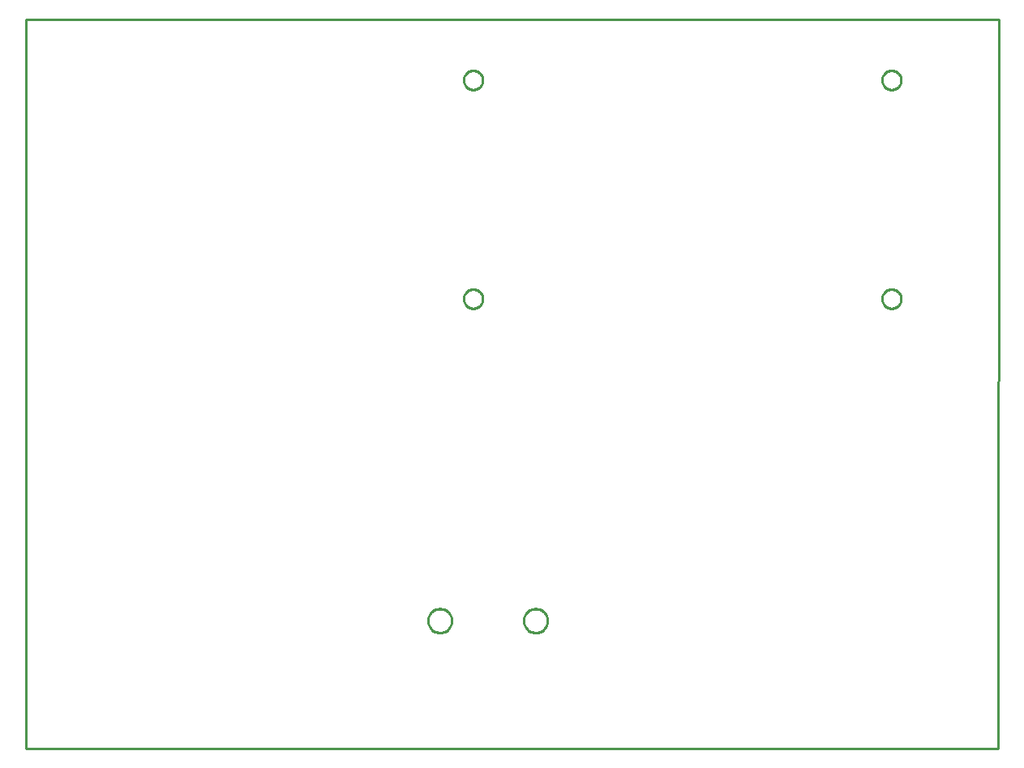
<source format=gbr>
G04 EAGLE Gerber RS-274X export*
G75*
%MOMM*%
%FSLAX34Y34*%
%LPD*%
%IN*%
%IPPOS*%
%AMOC8*
5,1,8,0,0,1.08239X$1,22.5*%
G01*
%ADD10C,0.254000*%


D10*
X0Y0D02*
X1015800Y0D01*
X1016000Y762000D01*
X0Y762000D01*
X0Y0D01*
X445100Y133009D02*
X445023Y132030D01*
X444869Y131060D01*
X444640Y130104D01*
X444336Y129170D01*
X443961Y128263D01*
X443515Y127388D01*
X443001Y126550D01*
X442424Y125755D01*
X441786Y125008D01*
X441092Y124314D01*
X440345Y123676D01*
X439550Y123099D01*
X438712Y122585D01*
X437837Y122139D01*
X436930Y121764D01*
X435996Y121460D01*
X435041Y121231D01*
X434070Y121077D01*
X433091Y121000D01*
X432109Y121000D01*
X431130Y121077D01*
X430160Y121231D01*
X429204Y121460D01*
X428270Y121764D01*
X427363Y122139D01*
X426488Y122585D01*
X425650Y123099D01*
X424855Y123676D01*
X424108Y124314D01*
X423414Y125008D01*
X422776Y125755D01*
X422199Y126550D01*
X421685Y127388D01*
X421239Y128263D01*
X420864Y129170D01*
X420560Y130104D01*
X420331Y131060D01*
X420177Y132030D01*
X420100Y133009D01*
X420100Y133991D01*
X420177Y134970D01*
X420331Y135941D01*
X420560Y136896D01*
X420864Y137830D01*
X421239Y138737D01*
X421685Y139612D01*
X422199Y140450D01*
X422776Y141245D01*
X423414Y141992D01*
X424108Y142686D01*
X424855Y143324D01*
X425650Y143901D01*
X426488Y144415D01*
X427363Y144861D01*
X428270Y145236D01*
X429204Y145540D01*
X430160Y145769D01*
X431130Y145923D01*
X432109Y146000D01*
X433091Y146000D01*
X434070Y145923D01*
X435041Y145769D01*
X435996Y145540D01*
X436930Y145236D01*
X437837Y144861D01*
X438712Y144415D01*
X439550Y143901D01*
X440345Y143324D01*
X441092Y142686D01*
X441786Y141992D01*
X442424Y141245D01*
X443001Y140450D01*
X443515Y139612D01*
X443961Y138737D01*
X444336Y137830D01*
X444640Y136896D01*
X444869Y135941D01*
X445023Y134970D01*
X445100Y133991D01*
X445100Y133009D01*
X545100Y133009D02*
X545023Y132030D01*
X544869Y131060D01*
X544640Y130104D01*
X544336Y129170D01*
X543961Y128263D01*
X543515Y127388D01*
X543001Y126550D01*
X542424Y125755D01*
X541786Y125008D01*
X541092Y124314D01*
X540345Y123676D01*
X539550Y123099D01*
X538712Y122585D01*
X537837Y122139D01*
X536930Y121764D01*
X535996Y121460D01*
X535041Y121231D01*
X534070Y121077D01*
X533091Y121000D01*
X532109Y121000D01*
X531130Y121077D01*
X530160Y121231D01*
X529204Y121460D01*
X528270Y121764D01*
X527363Y122139D01*
X526488Y122585D01*
X525650Y123099D01*
X524855Y123676D01*
X524108Y124314D01*
X523414Y125008D01*
X522776Y125755D01*
X522199Y126550D01*
X521685Y127388D01*
X521239Y128263D01*
X520864Y129170D01*
X520560Y130104D01*
X520331Y131060D01*
X520177Y132030D01*
X520100Y133009D01*
X520100Y133991D01*
X520177Y134970D01*
X520331Y135941D01*
X520560Y136896D01*
X520864Y137830D01*
X521239Y138737D01*
X521685Y139612D01*
X522199Y140450D01*
X522776Y141245D01*
X523414Y141992D01*
X524108Y142686D01*
X524855Y143324D01*
X525650Y143901D01*
X526488Y144415D01*
X527363Y144861D01*
X528270Y145236D01*
X529204Y145540D01*
X530160Y145769D01*
X531130Y145923D01*
X532109Y146000D01*
X533091Y146000D01*
X534070Y145923D01*
X535041Y145769D01*
X535996Y145540D01*
X536930Y145236D01*
X537837Y144861D01*
X538712Y144415D01*
X539550Y143901D01*
X540345Y143324D01*
X541092Y142686D01*
X541786Y141992D01*
X542424Y141245D01*
X543001Y140450D01*
X543515Y139612D01*
X543961Y138737D01*
X544336Y137830D01*
X544640Y136896D01*
X544869Y135941D01*
X545023Y134970D01*
X545100Y133991D01*
X545100Y133009D01*
X477360Y469463D02*
X477284Y468594D01*
X477132Y467734D01*
X476906Y466890D01*
X476608Y466070D01*
X476239Y465278D01*
X475802Y464522D01*
X475301Y463807D01*
X474740Y463138D01*
X474122Y462520D01*
X473453Y461959D01*
X472738Y461458D01*
X471982Y461021D01*
X471190Y460652D01*
X470370Y460354D01*
X469526Y460128D01*
X468667Y459976D01*
X467797Y459900D01*
X466923Y459900D01*
X466054Y459976D01*
X465194Y460128D01*
X464350Y460354D01*
X463530Y460652D01*
X462738Y461021D01*
X461982Y461458D01*
X461267Y461959D01*
X460598Y462520D01*
X459980Y463138D01*
X459419Y463807D01*
X458918Y464522D01*
X458481Y465278D01*
X458112Y466070D01*
X457814Y466890D01*
X457588Y467734D01*
X457436Y468594D01*
X457360Y469463D01*
X457360Y470337D01*
X457436Y471207D01*
X457588Y472066D01*
X457814Y472910D01*
X458112Y473730D01*
X458481Y474522D01*
X458918Y475278D01*
X459419Y475993D01*
X459980Y476662D01*
X460598Y477280D01*
X461267Y477841D01*
X461982Y478342D01*
X462738Y478779D01*
X463530Y479148D01*
X464350Y479446D01*
X465194Y479672D01*
X466054Y479824D01*
X466923Y479900D01*
X467797Y479900D01*
X468667Y479824D01*
X469526Y479672D01*
X470370Y479446D01*
X471190Y479148D01*
X471982Y478779D01*
X472738Y478342D01*
X473453Y477841D01*
X474122Y477280D01*
X474740Y476662D01*
X475301Y475993D01*
X475802Y475278D01*
X476239Y474522D01*
X476608Y473730D01*
X476906Y472910D01*
X477132Y472066D01*
X477284Y471207D01*
X477360Y470337D01*
X477360Y469463D01*
X914240Y469463D02*
X914164Y468594D01*
X914012Y467734D01*
X913786Y466890D01*
X913488Y466070D01*
X913119Y465278D01*
X912682Y464522D01*
X912181Y463807D01*
X911620Y463138D01*
X911002Y462520D01*
X910333Y461959D01*
X909618Y461458D01*
X908862Y461021D01*
X908070Y460652D01*
X907250Y460354D01*
X906406Y460128D01*
X905547Y459976D01*
X904677Y459900D01*
X903803Y459900D01*
X902934Y459976D01*
X902074Y460128D01*
X901230Y460354D01*
X900410Y460652D01*
X899618Y461021D01*
X898862Y461458D01*
X898147Y461959D01*
X897478Y462520D01*
X896860Y463138D01*
X896299Y463807D01*
X895798Y464522D01*
X895361Y465278D01*
X894992Y466070D01*
X894694Y466890D01*
X894468Y467734D01*
X894316Y468594D01*
X894240Y469463D01*
X894240Y470337D01*
X894316Y471207D01*
X894468Y472066D01*
X894694Y472910D01*
X894992Y473730D01*
X895361Y474522D01*
X895798Y475278D01*
X896299Y475993D01*
X896860Y476662D01*
X897478Y477280D01*
X898147Y477841D01*
X898862Y478342D01*
X899618Y478779D01*
X900410Y479148D01*
X901230Y479446D01*
X902074Y479672D01*
X902934Y479824D01*
X903803Y479900D01*
X904677Y479900D01*
X905547Y479824D01*
X906406Y479672D01*
X907250Y479446D01*
X908070Y479148D01*
X908862Y478779D01*
X909618Y478342D01*
X910333Y477841D01*
X911002Y477280D01*
X911620Y476662D01*
X912181Y475993D01*
X912682Y475278D01*
X913119Y474522D01*
X913488Y473730D01*
X913786Y472910D01*
X914012Y472066D01*
X914164Y471207D01*
X914240Y470337D01*
X914240Y469463D01*
X477360Y698063D02*
X477284Y697194D01*
X477132Y696334D01*
X476906Y695490D01*
X476608Y694670D01*
X476239Y693878D01*
X475802Y693122D01*
X475301Y692407D01*
X474740Y691738D01*
X474122Y691120D01*
X473453Y690559D01*
X472738Y690058D01*
X471982Y689621D01*
X471190Y689252D01*
X470370Y688954D01*
X469526Y688728D01*
X468667Y688576D01*
X467797Y688500D01*
X466923Y688500D01*
X466054Y688576D01*
X465194Y688728D01*
X464350Y688954D01*
X463530Y689252D01*
X462738Y689621D01*
X461982Y690058D01*
X461267Y690559D01*
X460598Y691120D01*
X459980Y691738D01*
X459419Y692407D01*
X458918Y693122D01*
X458481Y693878D01*
X458112Y694670D01*
X457814Y695490D01*
X457588Y696334D01*
X457436Y697194D01*
X457360Y698063D01*
X457360Y698937D01*
X457436Y699807D01*
X457588Y700666D01*
X457814Y701510D01*
X458112Y702330D01*
X458481Y703122D01*
X458918Y703878D01*
X459419Y704593D01*
X459980Y705262D01*
X460598Y705880D01*
X461267Y706441D01*
X461982Y706942D01*
X462738Y707379D01*
X463530Y707748D01*
X464350Y708046D01*
X465194Y708272D01*
X466054Y708424D01*
X466923Y708500D01*
X467797Y708500D01*
X468667Y708424D01*
X469526Y708272D01*
X470370Y708046D01*
X471190Y707748D01*
X471982Y707379D01*
X472738Y706942D01*
X473453Y706441D01*
X474122Y705880D01*
X474740Y705262D01*
X475301Y704593D01*
X475802Y703878D01*
X476239Y703122D01*
X476608Y702330D01*
X476906Y701510D01*
X477132Y700666D01*
X477284Y699807D01*
X477360Y698937D01*
X477360Y698063D01*
X914240Y698063D02*
X914164Y697194D01*
X914012Y696334D01*
X913786Y695490D01*
X913488Y694670D01*
X913119Y693878D01*
X912682Y693122D01*
X912181Y692407D01*
X911620Y691738D01*
X911002Y691120D01*
X910333Y690559D01*
X909618Y690058D01*
X908862Y689621D01*
X908070Y689252D01*
X907250Y688954D01*
X906406Y688728D01*
X905547Y688576D01*
X904677Y688500D01*
X903803Y688500D01*
X902934Y688576D01*
X902074Y688728D01*
X901230Y688954D01*
X900410Y689252D01*
X899618Y689621D01*
X898862Y690058D01*
X898147Y690559D01*
X897478Y691120D01*
X896860Y691738D01*
X896299Y692407D01*
X895798Y693122D01*
X895361Y693878D01*
X894992Y694670D01*
X894694Y695490D01*
X894468Y696334D01*
X894316Y697194D01*
X894240Y698063D01*
X894240Y698937D01*
X894316Y699807D01*
X894468Y700666D01*
X894694Y701510D01*
X894992Y702330D01*
X895361Y703122D01*
X895798Y703878D01*
X896299Y704593D01*
X896860Y705262D01*
X897478Y705880D01*
X898147Y706441D01*
X898862Y706942D01*
X899618Y707379D01*
X900410Y707748D01*
X901230Y708046D01*
X902074Y708272D01*
X902934Y708424D01*
X903803Y708500D01*
X904677Y708500D01*
X905547Y708424D01*
X906406Y708272D01*
X907250Y708046D01*
X908070Y707748D01*
X908862Y707379D01*
X909618Y706942D01*
X910333Y706441D01*
X911002Y705880D01*
X911620Y705262D01*
X912181Y704593D01*
X912682Y703878D01*
X913119Y703122D01*
X913488Y702330D01*
X913786Y701510D01*
X914012Y700666D01*
X914164Y699807D01*
X914240Y698937D01*
X914240Y698063D01*
M02*

</source>
